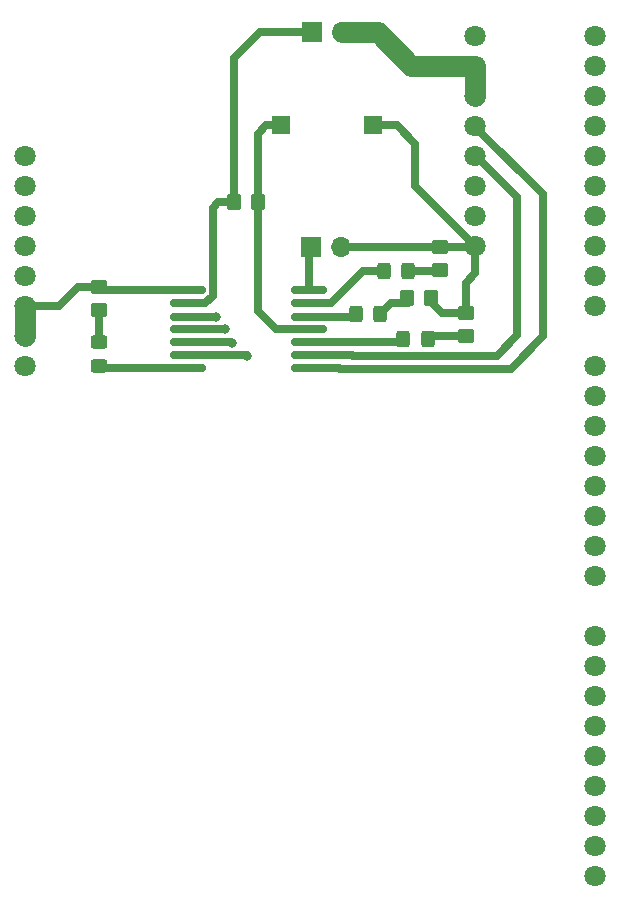
<source format=gbr>
%TF.GenerationSoftware,KiCad,Pcbnew,(6.0.4)*%
%TF.CreationDate,2022-07-09T16:45:45-05:00*%
%TF.ProjectId,BC805_nRF52_DK_shield_v002,42433830-355f-46e5-9246-35325f444b5f,rev?*%
%TF.SameCoordinates,Original*%
%TF.FileFunction,Copper,L1,Top*%
%TF.FilePolarity,Positive*%
%FSLAX46Y46*%
G04 Gerber Fmt 4.6, Leading zero omitted, Abs format (unit mm)*
G04 Created by KiCad (PCBNEW (6.0.4)) date 2022-07-09 16:45:45*
%MOMM*%
%LPD*%
G01*
G04 APERTURE LIST*
G04 Aperture macros list*
%AMRoundRect*
0 Rectangle with rounded corners*
0 $1 Rounding radius*
0 $2 $3 $4 $5 $6 $7 $8 $9 X,Y pos of 4 corners*
0 Add a 4 corners polygon primitive as box body*
4,1,4,$2,$3,$4,$5,$6,$7,$8,$9,$2,$3,0*
0 Add four circle primitives for the rounded corners*
1,1,$1+$1,$2,$3*
1,1,$1+$1,$4,$5*
1,1,$1+$1,$6,$7*
1,1,$1+$1,$8,$9*
0 Add four rect primitives between the rounded corners*
20,1,$1+$1,$2,$3,$4,$5,0*
20,1,$1+$1,$4,$5,$6,$7,0*
20,1,$1+$1,$6,$7,$8,$9,0*
20,1,$1+$1,$8,$9,$2,$3,0*%
G04 Aperture macros list end*
%TA.AperFunction,ComponentPad*%
%ADD10C,1.800000*%
%TD*%
%TA.AperFunction,SMDPad,CuDef*%
%ADD11RoundRect,0.250000X-0.350000X-0.450000X0.350000X-0.450000X0.350000X0.450000X-0.350000X0.450000X0*%
%TD*%
%TA.AperFunction,SMDPad,CuDef*%
%ADD12RoundRect,0.250000X0.325000X0.450000X-0.325000X0.450000X-0.325000X-0.450000X0.325000X-0.450000X0*%
%TD*%
%TA.AperFunction,SMDPad,CuDef*%
%ADD13RoundRect,0.250000X0.350000X0.450000X-0.350000X0.450000X-0.350000X-0.450000X0.350000X-0.450000X0*%
%TD*%
%TA.AperFunction,ComponentPad*%
%ADD14R,1.700000X1.700000*%
%TD*%
%TA.AperFunction,ComponentPad*%
%ADD15O,1.700000X1.700000*%
%TD*%
%TA.AperFunction,SMDPad,CuDef*%
%ADD16R,1.500000X1.500000*%
%TD*%
%TA.AperFunction,SMDPad,CuDef*%
%ADD17RoundRect,0.250000X-0.450000X0.325000X-0.450000X-0.325000X0.450000X-0.325000X0.450000X0.325000X0*%
%TD*%
%TA.AperFunction,SMDPad,CuDef*%
%ADD18RoundRect,0.175000X1.325000X0.175000X-1.325000X0.175000X-1.325000X-0.175000X1.325000X-0.175000X0*%
%TD*%
%TA.AperFunction,SMDPad,CuDef*%
%ADD19RoundRect,0.250000X0.450000X-0.350000X0.450000X0.350000X-0.450000X0.350000X-0.450000X-0.350000X0*%
%TD*%
%TA.AperFunction,SMDPad,CuDef*%
%ADD20RoundRect,0.250000X-0.450000X0.350000X-0.450000X-0.350000X0.450000X-0.350000X0.450000X0.350000X0*%
%TD*%
%TA.AperFunction,ViaPad*%
%ADD21C,0.800000*%
%TD*%
%TA.AperFunction,Conductor*%
%ADD22C,0.700000*%
%TD*%
%TA.AperFunction,Conductor*%
%ADD23C,1.800000*%
%TD*%
G04 APERTURE END LIST*
D10*
%TO.P,U1,1,NC*%
%TO.N,unconnected-(U1-Pad1)*%
X121600000Y-80490000D03*
%TO.P,U1,2,GND*%
%TO.N,GND*%
X121600000Y-77950000D03*
%TO.P,U1,3,GND*%
X121600000Y-75410000D03*
%TO.P,U1,4,5V*%
%TO.N,unconnected-(U1-Pad4)*%
X121600000Y-72870000D03*
%TO.P,U1,5,VCC*%
%TO.N,unconnected-(U1-Pad5)*%
X121600000Y-70330000D03*
%TO.P,U1,6,RESET*%
%TO.N,unconnected-(U1-Pad6)*%
X121600000Y-67790000D03*
%TO.P,U1,7,VCC*%
%TO.N,unconnected-(U1-Pad7)*%
X121600000Y-65250000D03*
%TO.P,U1,8,VDD*%
%TO.N,unconnected-(U1-Pad8)*%
X121600000Y-62710000D03*
%TO.P,U1,9,GND_DETECT*%
%TO.N,GND*%
X159700000Y-70330000D03*
%TO.P,U1,10,RESET*%
%TO.N,unconnected-(U1-Pad10)*%
X159700000Y-67790000D03*
%TO.P,U1,11,SWO*%
%TO.N,unconnected-(U1-Pad11)*%
X159700000Y-65250000D03*
%TO.P,U1,12,SWDCLK*%
%TO.N,SWDCLK*%
X159700000Y-62710000D03*
%TO.P,U1,13,SWDIO*%
%TO.N,SWDIO*%
X159700000Y-60170000D03*
%TO.P,U1,14,VTG*%
%TO.N,Net-(J1-Pad2)*%
X159700000Y-57630000D03*
%TO.P,U1,15,VDD*%
X159700000Y-55090000D03*
%TO.P,U1,16,VDD_nRF*%
%TO.N,unconnected-(U1-Pad16)*%
X159700000Y-52550000D03*
%TO.P,U1,17*%
%TO.N,N/C*%
X169860000Y-123670000D03*
%TO.P,U1,18*%
X169860000Y-121130000D03*
%TO.P,U1,19*%
X169860000Y-118590000D03*
%TO.P,U1,20,RTS_(P05)*%
%TO.N,RTS*%
X169860000Y-116050000D03*
%TO.P,U1,21,TXO_(P06)*%
%TO.N,TXO*%
X169860000Y-113510000D03*
%TO.P,U1,22,CTS_(P07)*%
%TO.N,CTS*%
X169860000Y-110970000D03*
%TO.P,U1,23,RXI_(P08)*%
%TO.N,RXI*%
X169860000Y-108430000D03*
%TO.P,U1,24*%
%TO.N,N/C*%
X169860000Y-105890000D03*
%TO.P,U1,25*%
X169860000Y-103350000D03*
%TO.P,U1,26*%
X169860000Y-98270000D03*
%TO.P,U1,27*%
X169860000Y-95730000D03*
%TO.P,U1,28*%
X169860000Y-93190000D03*
%TO.P,U1,29*%
X169860000Y-90650000D03*
%TO.P,U1,30*%
X169860000Y-88110000D03*
%TO.P,U1,31*%
X169860000Y-85570000D03*
%TO.P,U1,32*%
X169860000Y-83030000D03*
%TO.P,U1,33*%
X169860000Y-80490000D03*
%TO.P,U1,34*%
X169860000Y-75410000D03*
%TO.P,U1,35*%
X169860000Y-72870000D03*
%TO.P,U1,36*%
X169860000Y-70330000D03*
%TO.P,U1,37*%
X169860000Y-67790000D03*
%TO.P,U1,38*%
X169860000Y-65250000D03*
%TO.P,U1,39*%
X169860000Y-62710000D03*
%TO.P,U1,40*%
X169860000Y-60170000D03*
%TO.P,U1,41*%
X169860000Y-57630000D03*
%TO.P,U1,42*%
X169860000Y-55090000D03*
%TO.P,U1,43*%
X169860000Y-52550000D03*
%TD*%
D11*
%TO.P,R1,1*%
%TO.N,VCC*%
X139271600Y-66635000D03*
%TO.P,R1,2*%
%TO.N,Net-(R1-Pad2)*%
X141271600Y-66635000D03*
%TD*%
D12*
%TO.P,D2,1,K*%
%TO.N,Net-(D2-Pad1)*%
X155654100Y-78235000D03*
%TO.P,D2,2,A*%
%TO.N,Net-(D2-Pad2)*%
X153604100Y-78235000D03*
%TD*%
%TO.P,D1,1,K*%
%TO.N,Net-(D1-Pad1)*%
X154014100Y-72475000D03*
%TO.P,D1,2,A*%
%TO.N,Net-(D1-Pad2)*%
X151964100Y-72475000D03*
%TD*%
D13*
%TO.P,R4,1*%
%TO.N,GND*%
X155911600Y-74785000D03*
%TO.P,R4,2*%
%TO.N,Net-(D3-Pad1)*%
X153911600Y-74785000D03*
%TD*%
D14*
%TO.P,J2,1,Pin_1*%
%TO.N,Net-(J2-Pad1)*%
X145806600Y-70455000D03*
D15*
%TO.P,J2,2,Pin_2*%
%TO.N,GND*%
X148346600Y-70455000D03*
%TD*%
D16*
%TO.P,SW1,1,1*%
%TO.N,GND*%
X151021600Y-60095000D03*
%TO.P,SW1,2,2*%
%TO.N,Net-(R1-Pad2)*%
X143221600Y-60095000D03*
%TD*%
D17*
%TO.P,D4,1,K*%
%TO.N,Net-(D4-Pad1)*%
X127811600Y-78442500D03*
%TO.P,D4,2,A*%
%TO.N,Net-(D4-Pad2)*%
X127811600Y-80492500D03*
%TD*%
D18*
%TO.P,U2,1,SWDIO*%
%TO.N,SWDIO*%
X145597600Y-80717000D03*
%TO.P,U2,2,SWCLK*%
%TO.N,SWDCLK*%
X145597600Y-79617000D03*
%TO.P,U2,3,P020*%
%TO.N,Net-(D2-Pad2)*%
X145597600Y-78517000D03*
%TO.P,U2,4,P021*%
%TO.N,Net-(R1-Pad2)*%
X145597600Y-77417000D03*
%TO.P,U2,5,P018*%
%TO.N,Net-(D3-Pad2)*%
X145623595Y-76340938D03*
%TO.P,U2,6,P016*%
%TO.N,Net-(D1-Pad2)*%
X145623595Y-75217000D03*
%TO.P,U2,7,P012*%
%TO.N,Net-(J2-Pad1)*%
X145623595Y-74117000D03*
%TO.P,U2,8,GND*%
%TO.N,GND*%
X135397600Y-74117000D03*
%TO.P,U2,9,VCC*%
%TO.N,VCC*%
X135397600Y-75217000D03*
%TO.P,U2,10,P005*%
%TO.N,RXI*%
X135397600Y-76340938D03*
%TO.P,U2,11,P014*%
%TO.N,CTS*%
X135371605Y-77417000D03*
%TO.P,U2,12,P004*%
%TO.N,TXO*%
X135371605Y-78517000D03*
%TO.P,U2,13,P000*%
%TO.N,RTS*%
X135371605Y-79617000D03*
%TO.P,U2,14,P001*%
%TO.N,Net-(D4-Pad2)*%
X135371605Y-80717000D03*
%TD*%
D12*
%TO.P,D3,1,K*%
%TO.N,Net-(D3-Pad1)*%
X151606600Y-76075000D03*
%TO.P,D3,2,A*%
%TO.N,Net-(D3-Pad2)*%
X149556600Y-76075000D03*
%TD*%
D19*
%TO.P,R5,1*%
%TO.N,Net-(D4-Pad1)*%
X127811600Y-75795000D03*
%TO.P,R5,2*%
%TO.N,GND*%
X127811600Y-73795000D03*
%TD*%
D20*
%TO.P,R2,1*%
%TO.N,GND*%
X158861600Y-75985000D03*
%TO.P,R2,2*%
%TO.N,Net-(D2-Pad1)*%
X158861600Y-77985000D03*
%TD*%
D14*
%TO.P,J1,1,Pin_1*%
%TO.N,VCC*%
X145831600Y-52271000D03*
D15*
%TO.P,J1,2,Pin_2*%
%TO.N,Net-(J1-Pad2)*%
X148371600Y-52271000D03*
%TD*%
D20*
%TO.P,R3,1*%
%TO.N,GND*%
X156661600Y-70415000D03*
%TO.P,R3,2*%
%TO.N,Net-(D1-Pad1)*%
X156661600Y-72415000D03*
%TD*%
D21*
%TO.N,TXO*%
X139051600Y-78535000D03*
%TO.N,RXI*%
X137701600Y-76325000D03*
%TO.N,RTS*%
X140361600Y-79635000D03*
%TO.N,CTS*%
X138521600Y-77395000D03*
%TD*%
D22*
%TO.N,GND*%
X135397600Y-74117000D02*
X128133600Y-74117000D01*
X124436600Y-75410000D02*
X121600000Y-75410000D01*
X156621600Y-70455000D02*
X148346600Y-70455000D01*
X156011600Y-75145000D02*
X156851600Y-75985000D01*
D23*
X121600000Y-75410000D02*
X121600000Y-77950000D01*
D22*
X128133600Y-74117000D02*
X127811600Y-73795000D01*
X154621600Y-65255000D02*
X159696600Y-70330000D01*
X127811600Y-73795000D02*
X126051600Y-73795000D01*
X158861600Y-73511800D02*
X159700000Y-72673400D01*
X159615000Y-70415000D02*
X159700000Y-70330000D01*
X153091600Y-60145000D02*
X154621600Y-61675000D01*
X126051600Y-73795000D02*
X124436600Y-75410000D01*
X159696600Y-70330000D02*
X159700000Y-70330000D01*
X154621600Y-61675000D02*
X154621600Y-65255000D01*
X159700000Y-72673400D02*
X159700000Y-70330000D01*
X158861600Y-75985000D02*
X158861600Y-73511800D01*
X156851600Y-75985000D02*
X158861600Y-75985000D01*
X151131600Y-60145000D02*
X153091600Y-60145000D01*
X156661600Y-70415000D02*
X159615000Y-70415000D01*
X156661600Y-70415000D02*
X156621600Y-70455000D01*
%TO.N,SWDCLK*%
X161521600Y-79625000D02*
X163241600Y-77905000D01*
X163241600Y-77905000D02*
X163241600Y-66175000D01*
X145597600Y-79617000D02*
X149279600Y-79617000D01*
X159776600Y-62710000D02*
X159700000Y-62710000D01*
X163241600Y-66175000D02*
X159776600Y-62710000D01*
X149279600Y-79617000D02*
X149291600Y-79605000D01*
X149311600Y-79625000D02*
X161521600Y-79625000D01*
X149291600Y-79605000D02*
X149311600Y-79625000D01*
%TO.N,SWDIO*%
X145597600Y-80717000D02*
X148139600Y-80717000D01*
X162671600Y-80735000D02*
X165411600Y-77995000D01*
X165411600Y-77995000D02*
X165411600Y-65965000D01*
X159700000Y-60253400D02*
X159700000Y-60170000D01*
X165411600Y-65965000D02*
X159700000Y-60253400D01*
X148201600Y-80735000D02*
X162671600Y-80735000D01*
X148139600Y-80717000D02*
X148161600Y-80695000D01*
X148161600Y-80695000D02*
X148201600Y-80735000D01*
%TO.N,VCC*%
X136822226Y-75217000D02*
X137447120Y-74592106D01*
X141475600Y-52271000D02*
X145831600Y-52271000D01*
X139271600Y-54475000D02*
X141475600Y-52271000D01*
X139271600Y-66635000D02*
X139271600Y-54475000D01*
X137447120Y-74592106D02*
X137447120Y-67109480D01*
X137447120Y-67109480D02*
X137921600Y-66635000D01*
X135397600Y-75217000D02*
X136822226Y-75217000D01*
X137921600Y-66635000D02*
X139271600Y-66635000D01*
%TO.N,TXO*%
X139033600Y-78517000D02*
X135371605Y-78517000D01*
X139051600Y-78535000D02*
X139033600Y-78517000D01*
%TO.N,RXI*%
X137701600Y-76325000D02*
X137685662Y-76340938D01*
X137685662Y-76340938D02*
X135397600Y-76340938D01*
D23*
%TO.N,Net-(J1-Pad2)*%
X151419600Y-52271000D02*
X148371600Y-52271000D01*
X159700000Y-55090000D02*
X154238600Y-55090000D01*
X154238600Y-55090000D02*
X151419600Y-52271000D01*
X159700000Y-57630000D02*
X159700000Y-55090000D01*
D22*
%TO.N,Net-(R1-Pad2)*%
X141271600Y-66635000D02*
X141271600Y-60875000D01*
X142001600Y-60145000D02*
X143331600Y-60145000D01*
X142803600Y-77417000D02*
X141271600Y-75885000D01*
X141271600Y-75885000D02*
X141271600Y-66635000D01*
X145597600Y-77417000D02*
X142803600Y-77417000D01*
X141271600Y-60875000D02*
X142001600Y-60145000D01*
%TO.N,Net-(D1-Pad1)*%
X156601600Y-72475000D02*
X156661600Y-72415000D01*
X154014100Y-72475000D02*
X156601600Y-72475000D01*
%TO.N,Net-(D1-Pad2)*%
X150221600Y-72475000D02*
X151964100Y-72475000D01*
X147479600Y-75217000D02*
X150221600Y-72475000D01*
X145623595Y-75217000D02*
X147479600Y-75217000D01*
%TO.N,Net-(D2-Pad1)*%
X158811600Y-77935000D02*
X158861600Y-77985000D01*
X155646600Y-77935000D02*
X158811600Y-77935000D01*
%TO.N,Net-(D2-Pad2)*%
X145597600Y-78517000D02*
X153322100Y-78517000D01*
X153322100Y-78517000D02*
X153604100Y-78235000D01*
%TO.N,RTS*%
X140343600Y-79617000D02*
X135371605Y-79617000D01*
X140361600Y-79635000D02*
X140343600Y-79617000D01*
%TO.N,CTS*%
X138499600Y-77417000D02*
X135371605Y-77417000D01*
X138521600Y-77395000D02*
X138499600Y-77417000D01*
%TO.N,Net-(D3-Pad2)*%
X149060662Y-76340938D02*
X149506600Y-75895000D01*
X145623595Y-76340938D02*
X149060662Y-76340938D01*
%TO.N,Net-(D3-Pad1)*%
X152571600Y-75145000D02*
X154011600Y-75145000D01*
X151606600Y-76075000D02*
X151641600Y-76075000D01*
X151641600Y-76075000D02*
X152571600Y-75145000D01*
%TO.N,Net-(D4-Pad2)*%
X135371605Y-80717000D02*
X128036100Y-80717000D01*
X128036100Y-80717000D02*
X127811600Y-80492500D01*
%TO.N,Net-(D4-Pad1)*%
X127811600Y-78442500D02*
X127811600Y-75795000D01*
%TO.N,Net-(J2-Pad1)*%
X145623595Y-70638005D02*
X145806600Y-70455000D01*
X145623595Y-74117000D02*
X145623595Y-70638005D01*
%TD*%
M02*

</source>
